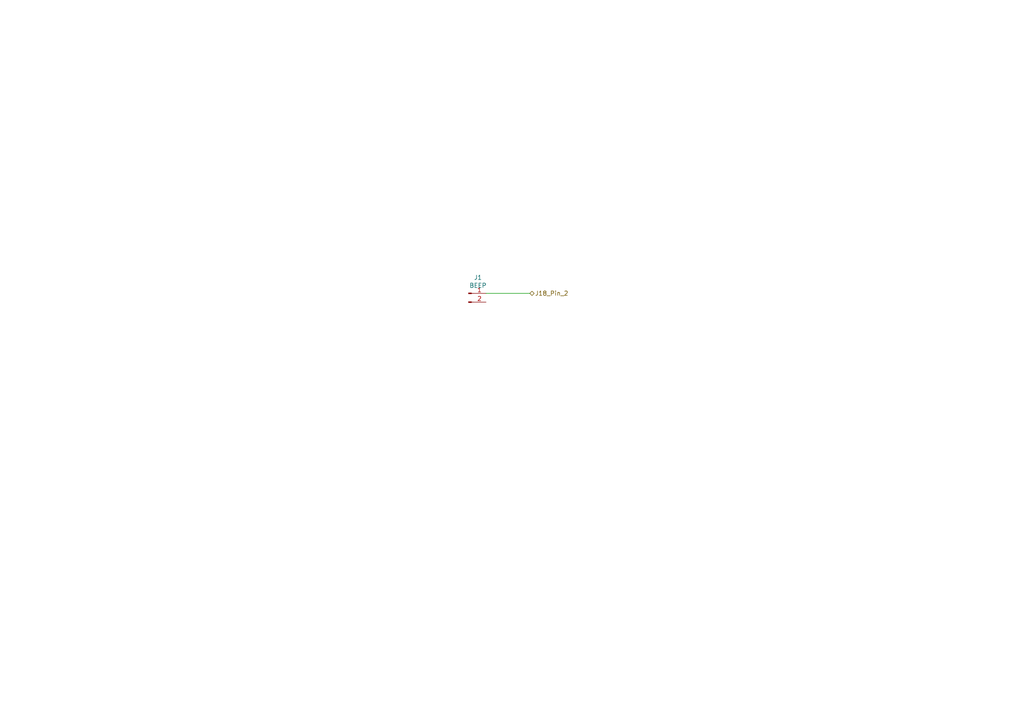
<source format=kicad_sch>
(kicad_sch (version 20211123) (generator eeschema)
  (paper "A4")
  (lib_symbols
    (symbol "Connector:Conn_01x02_Male" (pin_names (offset 1.016) hide)
      (property "Reference" "J" (at 0 2.54 0))
      (property "Value" "Conn_01x02_Male" (at 0 -5.08 0))
      (symbol "Conn_01x02_Male_1_1"
        (polyline (pts (xy 1.27 -2.54) (xy 0.8636 -2.54)) (stroke (width 0.1524)))
        (polyline (pts (xy 1.27 0) (xy 0.8636 0)) (stroke (width 0.1524)))
        (rectangle (start 0.8636 -2.413) (end 0 -2.667) (stroke (width 0.1524)) (fill (type outline)))
        (rectangle (start 0.8636 0.127) (end 0 -0.127) (stroke (width 0.1524)) (fill (type outline)))
        (pin passive line (at 5.08 0 180) (length 3.81) (name "Pin_1") (number "1"))
        (pin passive line (at 5.08 -2.54 180) (length 3.81) (name "Pin_2") (number "2"))
      )
    )
  )
  (wire (pts (xy 140.97 85.09) (xy 153.67 85.09)))
  (hierarchical_label "J18_Pin_2" (shape bidirectional) (at 153.67 85.09 0))
  (symbol (lib_id "Connector:Conn_01x02_Male") (at 135.89 85.09 0) (unit 1)
    (property "Reference" "J1" (at 138.6332 80.4926 0))
    (property "Value" "BEEP" (at 138.6332 82.804 0))
  )
)
</source>
